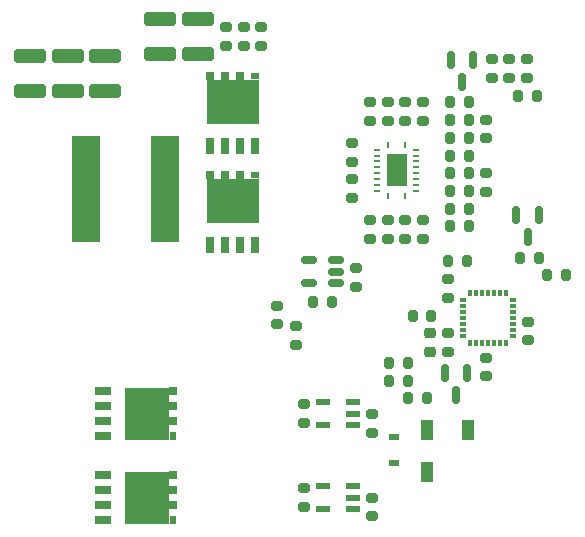
<source format=gtp>
G04 #@! TF.GenerationSoftware,KiCad,Pcbnew,8.0.4*
G04 #@! TF.CreationDate,2025-04-17T01:05:08+02:00*
G04 #@! TF.ProjectId,buck_mcu_stage,6275636b-5f6d-4637-955f-73746167652e,rev?*
G04 #@! TF.SameCoordinates,Original*
G04 #@! TF.FileFunction,Paste,Top*
G04 #@! TF.FilePolarity,Positive*
%FSLAX46Y46*%
G04 Gerber Fmt 4.6, Leading zero omitted, Abs format (unit mm)*
G04 Created by KiCad (PCBNEW 8.0.4) date 2025-04-17 01:05:08*
%MOMM*%
%LPD*%
G01*
G04 APERTURE LIST*
G04 Aperture macros list*
%AMRoundRect*
0 Rectangle with rounded corners*
0 $1 Rounding radius*
0 $2 $3 $4 $5 $6 $7 $8 $9 X,Y pos of 4 corners*
0 Add a 4 corners polygon primitive as box body*
4,1,4,$2,$3,$4,$5,$6,$7,$8,$9,$2,$3,0*
0 Add four circle primitives for the rounded corners*
1,1,$1+$1,$2,$3*
1,1,$1+$1,$4,$5*
1,1,$1+$1,$6,$7*
1,1,$1+$1,$8,$9*
0 Add four rect primitives between the rounded corners*
20,1,$1+$1,$2,$3,$4,$5,0*
20,1,$1+$1,$4,$5,$6,$7,0*
20,1,$1+$1,$6,$7,$8,$9,0*
20,1,$1+$1,$8,$9,$2,$3,0*%
G04 Aperture macros list end*
%ADD10RoundRect,0.200000X-0.275000X0.200000X-0.275000X-0.200000X0.275000X-0.200000X0.275000X0.200000X0*%
%ADD11RoundRect,0.150000X-0.150000X0.587500X-0.150000X-0.587500X0.150000X-0.587500X0.150000X0.587500X0*%
%ADD12R,1.372000X0.710000*%
%ADD13R,0.595000X0.710000*%
%ADD14R,0.656000X0.710000*%
%ADD15R,3.850000X4.520000*%
%ADD16RoundRect,0.200000X0.275000X-0.200000X0.275000X0.200000X-0.275000X0.200000X-0.275000X-0.200000X0*%
%ADD17RoundRect,0.250000X1.100000X-0.325000X1.100000X0.325000X-1.100000X0.325000X-1.100000X-0.325000X0*%
%ADD18RoundRect,0.200000X-0.200000X-0.275000X0.200000X-0.275000X0.200000X0.275000X-0.200000X0.275000X0*%
%ADD19R,0.250000X0.600000*%
%ADD20R,0.600000X0.250000*%
%ADD21R,1.700000X2.700000*%
%ADD22RoundRect,0.200000X0.200000X0.275000X-0.200000X0.275000X-0.200000X-0.275000X0.200000X-0.275000X0*%
%ADD23R,0.710000X1.372000*%
%ADD24R,0.710000X0.595000*%
%ADD25R,0.710000X0.656000*%
%ADD26R,4.520000X3.850000*%
%ADD27R,2.380000X9.000000*%
%ADD28RoundRect,0.218750X0.256250X-0.218750X0.256250X0.218750X-0.256250X0.218750X-0.256250X-0.218750X0*%
%ADD29R,0.830000X0.630000*%
%ADD30R,1.200000X0.600000*%
%ADD31R,1.000000X1.700000*%
%ADD32RoundRect,0.150000X0.512500X0.150000X-0.512500X0.150000X-0.512500X-0.150000X0.512500X-0.150000X0*%
%ADD33R,0.600000X0.300000*%
%ADD34R,0.300000X0.600000*%
G04 APERTURE END LIST*
D10*
X164500000Y-90100000D03*
X164500000Y-91700000D03*
D11*
X175800000Y-99650000D03*
X173900000Y-99650000D03*
X174850000Y-101525000D03*
D10*
X161700000Y-123600000D03*
X161700000Y-125200000D03*
D12*
X138894000Y-124235000D03*
X138894000Y-122965000D03*
X138894000Y-121695000D03*
X138894000Y-125505000D03*
D13*
X144822500Y-125505000D03*
D14*
X144792000Y-124235000D03*
X144792000Y-122965000D03*
X144792000Y-121695001D03*
D15*
X142600000Y-123600000D03*
D16*
X152300000Y-85400000D03*
X152300000Y-83800000D03*
D10*
X161700000Y-116500000D03*
X161700000Y-118100000D03*
D17*
X146900000Y-86075000D03*
X146900000Y-83125000D03*
D16*
X164500000Y-101700000D03*
X164500000Y-100100000D03*
D18*
X168300000Y-90150000D03*
X169900000Y-90150000D03*
X165100000Y-108200000D03*
X166700000Y-108200000D03*
D19*
X164500000Y-98050000D03*
D20*
X165400000Y-97650000D03*
X165400000Y-97150000D03*
X165400000Y-96650000D03*
X165400000Y-96150000D03*
X165400000Y-95650000D03*
X165400000Y-95150000D03*
X165400000Y-94650000D03*
X165400000Y-94150000D03*
D19*
X164500000Y-93750000D03*
X163000000Y-93750000D03*
D20*
X162100000Y-94150000D03*
X162100000Y-94650000D03*
X162100000Y-95150000D03*
X162100000Y-95650000D03*
X162100000Y-96150000D03*
X162100000Y-96650000D03*
X162100000Y-97150000D03*
X162100000Y-97650000D03*
D19*
X163000000Y-98050000D03*
D21*
X163750000Y-95900000D03*
D10*
X160300000Y-104150000D03*
X160300000Y-105750000D03*
X160000000Y-96600000D03*
X160000000Y-98200000D03*
X166000000Y-100100000D03*
X166000000Y-101700000D03*
D12*
X138894000Y-117135000D03*
X138894000Y-115865000D03*
X138894000Y-114595000D03*
X138894000Y-118405000D03*
D13*
X144822500Y-118405000D03*
D14*
X144792000Y-117135000D03*
X144792000Y-115865000D03*
X144792000Y-114595001D03*
D15*
X142600000Y-116500000D03*
D17*
X143700000Y-86075000D03*
X143700000Y-83125000D03*
D16*
X153650000Y-108950000D03*
X153650000Y-107350000D03*
D10*
X171300000Y-111750000D03*
X171300000Y-113350000D03*
D18*
X174200000Y-103300000D03*
X175800000Y-103300000D03*
D16*
X174800000Y-88100000D03*
X174800000Y-86500000D03*
D10*
X166000000Y-90100000D03*
X166000000Y-91700000D03*
D22*
X169900000Y-91650000D03*
X168300000Y-91650000D03*
D17*
X132700000Y-89175000D03*
X132700000Y-86225000D03*
D23*
X150500000Y-102198000D03*
X149230000Y-102198000D03*
X147960000Y-102198000D03*
X151770000Y-102198000D03*
D24*
X151770000Y-96269500D03*
D25*
X150500000Y-96300000D03*
X149230000Y-96300000D03*
X147960000Y-96300000D03*
D26*
X149865000Y-98492000D03*
D17*
X139100000Y-89175000D03*
X139100000Y-86225000D03*
D16*
X149300000Y-85400000D03*
X149300000Y-83800000D03*
D27*
X144100000Y-97500000D03*
X137450000Y-97500000D03*
D28*
X166600000Y-111287500D03*
X166600000Y-109712500D03*
D29*
X163550000Y-118485000D03*
X163550000Y-120715000D03*
D18*
X168300000Y-94650000D03*
X169900000Y-94650000D03*
D10*
X168100000Y-105100000D03*
X168100000Y-106700000D03*
D16*
X161500000Y-91700000D03*
X161500000Y-90100000D03*
D30*
X160050000Y-117450000D03*
X160050000Y-116500000D03*
X160050000Y-115550000D03*
X157550000Y-115550000D03*
X157550000Y-117450000D03*
D22*
X164700000Y-112200000D03*
X163100000Y-112200000D03*
D10*
X155900000Y-115700000D03*
X155900000Y-117300000D03*
D31*
X166300000Y-117850000D03*
X166300000Y-121450000D03*
X169800000Y-117850000D03*
D10*
X155200000Y-109050000D03*
X155200000Y-110650000D03*
D18*
X168300000Y-100650000D03*
X169900000Y-100650000D03*
X168300000Y-96150000D03*
X169900000Y-96150000D03*
D22*
X158300000Y-107075000D03*
X156700000Y-107075000D03*
D10*
X173300000Y-86500000D03*
X173300000Y-88100000D03*
D22*
X169900000Y-93150000D03*
X168300000Y-93150000D03*
D18*
X163100000Y-113700000D03*
X164700000Y-113700000D03*
D32*
X158637500Y-105420000D03*
X158637500Y-104470000D03*
X158637500Y-103520000D03*
X156362500Y-103520000D03*
X156362500Y-105420000D03*
D16*
X171350000Y-93200000D03*
X171350000Y-91600000D03*
D30*
X160050000Y-124550000D03*
X160050000Y-123600000D03*
X160050000Y-122650000D03*
X157550000Y-122650000D03*
X157550000Y-124550000D03*
D17*
X135900000Y-89175000D03*
X135900000Y-86225000D03*
D23*
X150500000Y-93834000D03*
X149230000Y-93834000D03*
X147960000Y-93834000D03*
X151770000Y-93834000D03*
D24*
X151770000Y-87905500D03*
D25*
X150500000Y-87936000D03*
X149230000Y-87936000D03*
X147960000Y-87936000D03*
D26*
X149865000Y-90128000D03*
D33*
X169400000Y-106900000D03*
X169400000Y-107400000D03*
X169400000Y-107900000D03*
X169400000Y-108400000D03*
X169400000Y-108900000D03*
X169400000Y-109400000D03*
X169400000Y-109900000D03*
D34*
X170000000Y-110500000D03*
X170500000Y-110500000D03*
X171000000Y-110500000D03*
X171500000Y-110500000D03*
X172000000Y-110500000D03*
X172500000Y-110500000D03*
X173000000Y-110500000D03*
D33*
X173600000Y-109900000D03*
X173600000Y-109400000D03*
X173600000Y-108900000D03*
X173600000Y-108400000D03*
X173600000Y-107900000D03*
X173600000Y-107400000D03*
X173600000Y-106900000D03*
D34*
X173000000Y-106300000D03*
X172500000Y-106300000D03*
X172000000Y-106300000D03*
X171500000Y-106300000D03*
X171000000Y-106300000D03*
X170500000Y-106300000D03*
X170000000Y-106300000D03*
D16*
X163000000Y-101700000D03*
X163000000Y-100100000D03*
D18*
X174000000Y-89600000D03*
X175600000Y-89600000D03*
X168300000Y-97650000D03*
X169900000Y-97650000D03*
D16*
X163000000Y-91700000D03*
X163000000Y-90100000D03*
D11*
X169750000Y-113062500D03*
X167850000Y-113062500D03*
X168800000Y-114937500D03*
D18*
X168300000Y-99150000D03*
X169900000Y-99150000D03*
D22*
X169700000Y-103600000D03*
X168100000Y-103600000D03*
D16*
X168100000Y-111300000D03*
X168100000Y-109700000D03*
X160000000Y-95200000D03*
X160000000Y-93600000D03*
D10*
X155900000Y-122800000D03*
X155900000Y-124400000D03*
D16*
X171800000Y-88100000D03*
X171800000Y-86500000D03*
X161500000Y-101700000D03*
X161500000Y-100100000D03*
X171350000Y-97700000D03*
X171350000Y-96100000D03*
D22*
X178100000Y-104800000D03*
X176500000Y-104800000D03*
D16*
X174900000Y-110300000D03*
X174900000Y-108700000D03*
D18*
X164700000Y-115200000D03*
X166300000Y-115200000D03*
D11*
X170250000Y-86525000D03*
X168350000Y-86525000D03*
X169300000Y-88400000D03*
D16*
X150800000Y-85400000D03*
X150800000Y-83800000D03*
M02*

</source>
